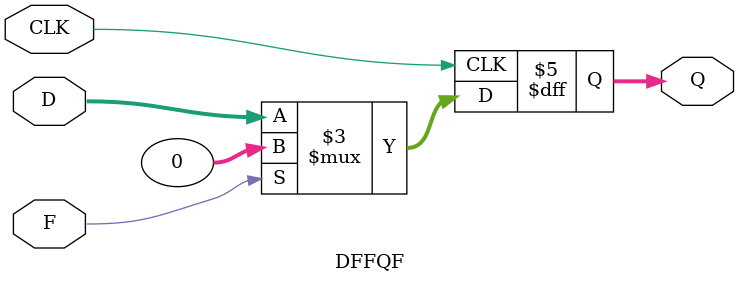
<source format=v>
module	DFFQ #(parameter WIDTH=32)( CLK, D, Q );
input	CLK;
input		[WIDTH-1:0] 	D;
output	reg	[WIDTH-1:0] 	Q;

always @(posedge CLK)	Q <= D;

endmodule

module	DFFQF #(parameter WIDTH=32)( CLK, F, D, Q );
input	CLK;
input	F;
input		[WIDTH-1:0] 	D;
output	reg	[WIDTH-1:0] 	Q;

always @(posedge CLK) begin
	if (F)	Q <= {WIDTH{1'b0}};
	else		Q <= D;
end

endmodule


</source>
